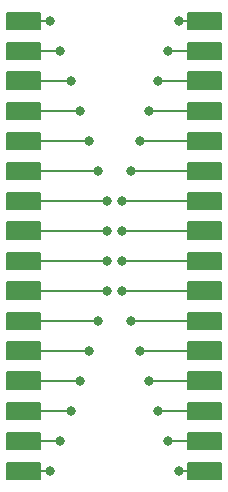
<source format=gbl>
%TF.GenerationSoftware,KiCad,Pcbnew,7.0.1*%
%TF.CreationDate,2024-12-23T01:12:25-08:00*%
%TF.ProjectId,SOP32-DIP32_adapter,534f5033-322d-4444-9950-33325f616461,rev?*%
%TF.SameCoordinates,Original*%
%TF.FileFunction,Copper,L2,Bot*%
%TF.FilePolarity,Positive*%
%FSLAX46Y46*%
G04 Gerber Fmt 4.6, Leading zero omitted, Abs format (unit mm)*
G04 Created by KiCad (PCBNEW 7.0.1) date 2024-12-23 01:12:25*
%MOMM*%
%LPD*%
G01*
G04 APERTURE LIST*
%TA.AperFunction,NonConductor*%
%ADD10C,0.200000*%
%TD*%
%TA.AperFunction,ViaPad*%
%ADD11C,0.800000*%
%TD*%
G04 APERTURE END LIST*
D10*
X109347000Y-97917000D02*
X115824000Y-97917000D01*
X114925000Y-115000000D02*
X117775000Y-115000000D01*
X117775000Y-116400000D01*
X114925000Y-116400000D01*
X114925000Y-115000000D01*
%TA.AperFunction,NonConductor*%
G36*
X114925000Y-115000000D02*
G01*
X117775000Y-115000000D01*
X117775000Y-116400000D01*
X114925000Y-116400000D01*
X114925000Y-115000000D01*
G37*
%TD.AperFunction*%
X99600000Y-112475000D02*
X102450000Y-112475000D01*
X102450000Y-113875000D01*
X99600000Y-113875000D01*
X99600000Y-112475000D01*
%TA.AperFunction,NonConductor*%
G36*
X99600000Y-112475000D02*
G01*
X102450000Y-112475000D01*
X102450000Y-113875000D01*
X99600000Y-113875000D01*
X99600000Y-112475000D01*
G37*
%TD.AperFunction*%
X104140000Y-113157000D02*
X101346000Y-113157000D01*
X114925000Y-87075000D02*
X117775000Y-87075000D01*
X117775000Y-88475000D01*
X114925000Y-88475000D01*
X114925000Y-87075000D01*
%TA.AperFunction,NonConductor*%
G36*
X114925000Y-87075000D02*
G01*
X117775000Y-87075000D01*
X117775000Y-88475000D01*
X114925000Y-88475000D01*
X114925000Y-87075000D01*
G37*
%TD.AperFunction*%
X103251000Y-77597000D02*
X100965000Y-77597000D01*
X114925000Y-102300000D02*
X117775000Y-102300000D01*
X117775000Y-103700000D01*
X114925000Y-103700000D01*
X114925000Y-102300000D01*
%TA.AperFunction,NonConductor*%
G36*
X114925000Y-102300000D02*
G01*
X117775000Y-102300000D01*
X117775000Y-103700000D01*
X114925000Y-103700000D01*
X114925000Y-102300000D01*
G37*
%TD.AperFunction*%
X114925000Y-89625000D02*
X117775000Y-89625000D01*
X117775000Y-91025000D01*
X114925000Y-91025000D01*
X114925000Y-89625000D01*
%TA.AperFunction,NonConductor*%
G36*
X114925000Y-89625000D02*
G01*
X117775000Y-89625000D01*
X117775000Y-91025000D01*
X114925000Y-91025000D01*
X114925000Y-89625000D01*
G37*
%TD.AperFunction*%
X103251000Y-115697000D02*
X101727000Y-115697000D01*
X108077000Y-95377000D02*
X101600000Y-95377000D01*
X99600000Y-81975000D02*
X102450000Y-81975000D01*
X102450000Y-83375000D01*
X99600000Y-83375000D01*
X99600000Y-81975000D01*
%TA.AperFunction,NonConductor*%
G36*
X99600000Y-81975000D02*
G01*
X102450000Y-81975000D01*
X102450000Y-83375000D01*
X99600000Y-83375000D01*
X99600000Y-81975000D01*
G37*
%TD.AperFunction*%
X114925000Y-79450000D02*
X117775000Y-79450000D01*
X117775000Y-80850000D01*
X114925000Y-80850000D01*
X114925000Y-79450000D01*
%TA.AperFunction,NonConductor*%
G36*
X114925000Y-79450000D02*
G01*
X117775000Y-79450000D01*
X117775000Y-80850000D01*
X114925000Y-80850000D01*
X114925000Y-79450000D01*
G37*
%TD.AperFunction*%
X105029000Y-110617000D02*
X101727000Y-110617000D01*
X113284000Y-113157000D02*
X116205000Y-113157000D01*
X114925000Y-97225000D02*
X117775000Y-97225000D01*
X117775000Y-98625000D01*
X114925000Y-98625000D01*
X114925000Y-97225000D01*
%TA.AperFunction,NonConductor*%
G36*
X114925000Y-97225000D02*
G01*
X117775000Y-97225000D01*
X117775000Y-98625000D01*
X114925000Y-98625000D01*
X114925000Y-97225000D01*
G37*
%TD.AperFunction*%
X99600000Y-107375000D02*
X102450000Y-107375000D01*
X102450000Y-108775000D01*
X99600000Y-108775000D01*
X99600000Y-107375000D01*
%TA.AperFunction,NonConductor*%
G36*
X99600000Y-107375000D02*
G01*
X102450000Y-107375000D01*
X102450000Y-108775000D01*
X99600000Y-108775000D01*
X99600000Y-107375000D01*
G37*
%TD.AperFunction*%
X104140000Y-80137000D02*
X101600000Y-80137000D01*
X114925000Y-76900000D02*
X117775000Y-76900000D01*
X117775000Y-78300000D01*
X114925000Y-78300000D01*
X114925000Y-76900000D01*
%TA.AperFunction,NonConductor*%
G36*
X114925000Y-76900000D02*
G01*
X117775000Y-76900000D01*
X117775000Y-78300000D01*
X114925000Y-78300000D01*
X114925000Y-76900000D01*
G37*
%TD.AperFunction*%
X110871000Y-87757000D02*
X116332000Y-87757000D01*
X114173000Y-115697000D02*
X115697000Y-115697000D01*
X99600000Y-104825000D02*
X102450000Y-104825000D01*
X102450000Y-106225000D01*
X99600000Y-106225000D01*
X99600000Y-104825000D01*
%TA.AperFunction,NonConductor*%
G36*
X99600000Y-104825000D02*
G01*
X102450000Y-104825000D01*
X102450000Y-106225000D01*
X99600000Y-106225000D01*
X99600000Y-104825000D01*
G37*
%TD.AperFunction*%
X108077000Y-97917000D02*
X101854000Y-97917000D01*
X99600000Y-102300000D02*
X102450000Y-102300000D01*
X102450000Y-103700000D01*
X99600000Y-103700000D01*
X99600000Y-102300000D01*
%TA.AperFunction,NonConductor*%
G36*
X99600000Y-102300000D02*
G01*
X102450000Y-102300000D01*
X102450000Y-103700000D01*
X99600000Y-103700000D01*
X99600000Y-102300000D01*
G37*
%TD.AperFunction*%
X99600000Y-89625000D02*
X102450000Y-89625000D01*
X102450000Y-91025000D01*
X99600000Y-91025000D01*
X99600000Y-89625000D01*
%TA.AperFunction,NonConductor*%
G36*
X99600000Y-89625000D02*
G01*
X102450000Y-89625000D01*
X102450000Y-91025000D01*
X99600000Y-91025000D01*
X99600000Y-89625000D01*
G37*
%TD.AperFunction*%
X105791000Y-85217000D02*
X101092000Y-85217000D01*
X113284000Y-80137000D02*
X115951000Y-80137000D01*
X111633000Y-108077000D02*
X116205000Y-108077000D01*
X110109000Y-102997000D02*
X115824000Y-102997000D01*
X111633000Y-85217000D02*
X115697000Y-85217000D01*
X114925000Y-81975000D02*
X117775000Y-81975000D01*
X117775000Y-83375000D01*
X114925000Y-83375000D01*
X114925000Y-81975000D01*
%TA.AperFunction,NonConductor*%
G36*
X114925000Y-81975000D02*
G01*
X117775000Y-81975000D01*
X117775000Y-83375000D01*
X114925000Y-83375000D01*
X114925000Y-81975000D01*
G37*
%TD.AperFunction*%
X114925000Y-99750000D02*
X117775000Y-99750000D01*
X117775000Y-101150000D01*
X114925000Y-101150000D01*
X114925000Y-99750000D01*
%TA.AperFunction,NonConductor*%
G36*
X114925000Y-99750000D02*
G01*
X117775000Y-99750000D01*
X117775000Y-101150000D01*
X114925000Y-101150000D01*
X114925000Y-99750000D01*
G37*
%TD.AperFunction*%
X99600000Y-79450000D02*
X102450000Y-79450000D01*
X102450000Y-80850000D01*
X99600000Y-80850000D01*
X99600000Y-79450000D01*
%TA.AperFunction,NonConductor*%
G36*
X99600000Y-79450000D02*
G01*
X102450000Y-79450000D01*
X102450000Y-80850000D01*
X99600000Y-80850000D01*
X99600000Y-79450000D01*
G37*
%TD.AperFunction*%
X99600000Y-92150000D02*
X102450000Y-92150000D01*
X102450000Y-93550000D01*
X99600000Y-93550000D01*
X99600000Y-92150000D01*
%TA.AperFunction,NonConductor*%
G36*
X99600000Y-92150000D02*
G01*
X102450000Y-92150000D01*
X102450000Y-93550000D01*
X99600000Y-93550000D01*
X99600000Y-92150000D01*
G37*
%TD.AperFunction*%
X114925000Y-92150000D02*
X117775000Y-92150000D01*
X117775000Y-93550000D01*
X114925000Y-93550000D01*
X114925000Y-92150000D01*
%TA.AperFunction,NonConductor*%
G36*
X114925000Y-92150000D02*
G01*
X117775000Y-92150000D01*
X117775000Y-93550000D01*
X114925000Y-93550000D01*
X114925000Y-92150000D01*
G37*
%TD.AperFunction*%
X114173000Y-77597000D02*
X115824000Y-77597000D01*
X99600000Y-87075000D02*
X102450000Y-87075000D01*
X102450000Y-88475000D01*
X99600000Y-88475000D01*
X99600000Y-87075000D01*
%TA.AperFunction,NonConductor*%
G36*
X99600000Y-87075000D02*
G01*
X102450000Y-87075000D01*
X102450000Y-88475000D01*
X99600000Y-88475000D01*
X99600000Y-87075000D01*
G37*
%TD.AperFunction*%
X114925000Y-84525000D02*
X117775000Y-84525000D01*
X117775000Y-85925000D01*
X114925000Y-85925000D01*
X114925000Y-84525000D01*
%TA.AperFunction,NonConductor*%
G36*
X114925000Y-84525000D02*
G01*
X117775000Y-84525000D01*
X117775000Y-85925000D01*
X114925000Y-85925000D01*
X114925000Y-84525000D01*
G37*
%TD.AperFunction*%
X108077000Y-100457000D02*
X100457000Y-100457000D01*
X109347000Y-95377000D02*
X116078000Y-95377000D01*
X99600000Y-94675000D02*
X102450000Y-94675000D01*
X102450000Y-96075000D01*
X99600000Y-96075000D01*
X99600000Y-94675000D01*
%TA.AperFunction,NonConductor*%
G36*
X99600000Y-94675000D02*
G01*
X102450000Y-94675000D01*
X102450000Y-96075000D01*
X99600000Y-96075000D01*
X99600000Y-94675000D01*
G37*
%TD.AperFunction*%
X114925000Y-112475000D02*
X117775000Y-112475000D01*
X117775000Y-113875000D01*
X114925000Y-113875000D01*
X114925000Y-112475000D01*
%TA.AperFunction,NonConductor*%
G36*
X114925000Y-112475000D02*
G01*
X117775000Y-112475000D01*
X117775000Y-113875000D01*
X114925000Y-113875000D01*
X114925000Y-112475000D01*
G37*
%TD.AperFunction*%
X109347000Y-100457000D02*
X117094000Y-100457000D01*
X114925000Y-104825000D02*
X117775000Y-104825000D01*
X117775000Y-106225000D01*
X114925000Y-106225000D01*
X114925000Y-104825000D01*
%TA.AperFunction,NonConductor*%
G36*
X114925000Y-104825000D02*
G01*
X117775000Y-104825000D01*
X117775000Y-106225000D01*
X114925000Y-106225000D01*
X114925000Y-104825000D01*
G37*
%TD.AperFunction*%
X114925000Y-109925000D02*
X117775000Y-109925000D01*
X117775000Y-111325000D01*
X114925000Y-111325000D01*
X114925000Y-109925000D01*
%TA.AperFunction,NonConductor*%
G36*
X114925000Y-109925000D02*
G01*
X117775000Y-109925000D01*
X117775000Y-111325000D01*
X114925000Y-111325000D01*
X114925000Y-109925000D01*
G37*
%TD.AperFunction*%
X107315000Y-102997000D02*
X101025000Y-102997000D01*
X99600000Y-99750000D02*
X102450000Y-99750000D01*
X102450000Y-101150000D01*
X99600000Y-101150000D01*
X99600000Y-99750000D01*
%TA.AperFunction,NonConductor*%
G36*
X99600000Y-99750000D02*
G01*
X102450000Y-99750000D01*
X102450000Y-101150000D01*
X99600000Y-101150000D01*
X99600000Y-99750000D01*
G37*
%TD.AperFunction*%
X105791000Y-108077000D02*
X101727000Y-108077000D01*
X99600000Y-97225000D02*
X102450000Y-97225000D01*
X102450000Y-98625000D01*
X99600000Y-98625000D01*
X99600000Y-97225000D01*
%TA.AperFunction,NonConductor*%
G36*
X99600000Y-97225000D02*
G01*
X102450000Y-97225000D01*
X102450000Y-98625000D01*
X99600000Y-98625000D01*
X99600000Y-97225000D01*
G37*
%TD.AperFunction*%
X99600000Y-115000000D02*
X102450000Y-115000000D01*
X102450000Y-116400000D01*
X99600000Y-116400000D01*
X99600000Y-115000000D01*
%TA.AperFunction,NonConductor*%
G36*
X99600000Y-115000000D02*
G01*
X102450000Y-115000000D01*
X102450000Y-116400000D01*
X99600000Y-116400000D01*
X99600000Y-115000000D01*
G37*
%TD.AperFunction*%
X106553000Y-105537000D02*
X101346000Y-105537000D01*
X110109000Y-90297000D02*
X116205000Y-90297000D01*
X114925000Y-107375000D02*
X117775000Y-107375000D01*
X117775000Y-108775000D01*
X114925000Y-108775000D01*
X114925000Y-107375000D01*
%TA.AperFunction,NonConductor*%
G36*
X114925000Y-107375000D02*
G01*
X117775000Y-107375000D01*
X117775000Y-108775000D01*
X114925000Y-108775000D01*
X114925000Y-107375000D01*
G37*
%TD.AperFunction*%
X99600000Y-84525000D02*
X102450000Y-84525000D01*
X102450000Y-85925000D01*
X99600000Y-85925000D01*
X99600000Y-84525000D01*
%TA.AperFunction,NonConductor*%
G36*
X99600000Y-84525000D02*
G01*
X102450000Y-84525000D01*
X102450000Y-85925000D01*
X99600000Y-85925000D01*
X99600000Y-84525000D01*
G37*
%TD.AperFunction*%
X114925000Y-94675000D02*
X117775000Y-94675000D01*
X117775000Y-96075000D01*
X114925000Y-96075000D01*
X114925000Y-94675000D01*
%TA.AperFunction,NonConductor*%
G36*
X114925000Y-94675000D02*
G01*
X117775000Y-94675000D01*
X117775000Y-96075000D01*
X114925000Y-96075000D01*
X114925000Y-94675000D01*
G37*
%TD.AperFunction*%
X99600000Y-109925000D02*
X102450000Y-109925000D01*
X102450000Y-111325000D01*
X99600000Y-111325000D01*
X99600000Y-109925000D01*
%TA.AperFunction,NonConductor*%
G36*
X99600000Y-109925000D02*
G01*
X102450000Y-109925000D01*
X102450000Y-111325000D01*
X99600000Y-111325000D01*
X99600000Y-109925000D01*
G37*
%TD.AperFunction*%
X105029000Y-82677000D02*
X101727000Y-82677000D01*
X112395000Y-82677000D02*
X116350000Y-82677000D01*
X108077000Y-92837000D02*
X101025000Y-92837000D01*
X109347000Y-92837000D02*
X115697000Y-92837000D01*
X110871000Y-105537000D02*
X115824000Y-105537000D01*
X99600000Y-76900000D02*
X102450000Y-76900000D01*
X102450000Y-78300000D01*
X99600000Y-78300000D01*
X99600000Y-76900000D01*
%TA.AperFunction,NonConductor*%
G36*
X99600000Y-76900000D02*
G01*
X102450000Y-76900000D01*
X102450000Y-78300000D01*
X99600000Y-78300000D01*
X99600000Y-76900000D01*
G37*
%TD.AperFunction*%
X112395000Y-110617000D02*
X116205000Y-110617000D01*
X106553000Y-87757000D02*
X101600000Y-87757000D01*
X107315000Y-90297000D02*
X101025000Y-90297000D01*
D11*
%TO.N,*%
X111633000Y-85217000D03*
X108077000Y-92837000D03*
X104140000Y-113157000D03*
X103251000Y-77597000D03*
X105791000Y-108077000D03*
X108080000Y-100460000D03*
X112395000Y-110617000D03*
X107315000Y-90297000D03*
X106556000Y-105540000D03*
X110109000Y-90297000D03*
X106553000Y-87757000D03*
X114173000Y-115697000D03*
X103251000Y-115697000D03*
X109347000Y-95377000D03*
X105029000Y-82677000D03*
X110109000Y-102997000D03*
X105791000Y-85217000D03*
X109350000Y-100460000D03*
X112395000Y-82677000D03*
X109347000Y-92837000D03*
X114173000Y-77597000D03*
X110874000Y-105540000D03*
X108077000Y-97917000D03*
X113284000Y-113157000D03*
X105029000Y-110617000D03*
X113284000Y-80137000D03*
X111633000Y-108077000D03*
X110871000Y-87757000D03*
X104140000Y-80137000D03*
X107318000Y-103000000D03*
X108077000Y-95377000D03*
X109347000Y-97917000D03*
%TD*%
M02*

</source>
